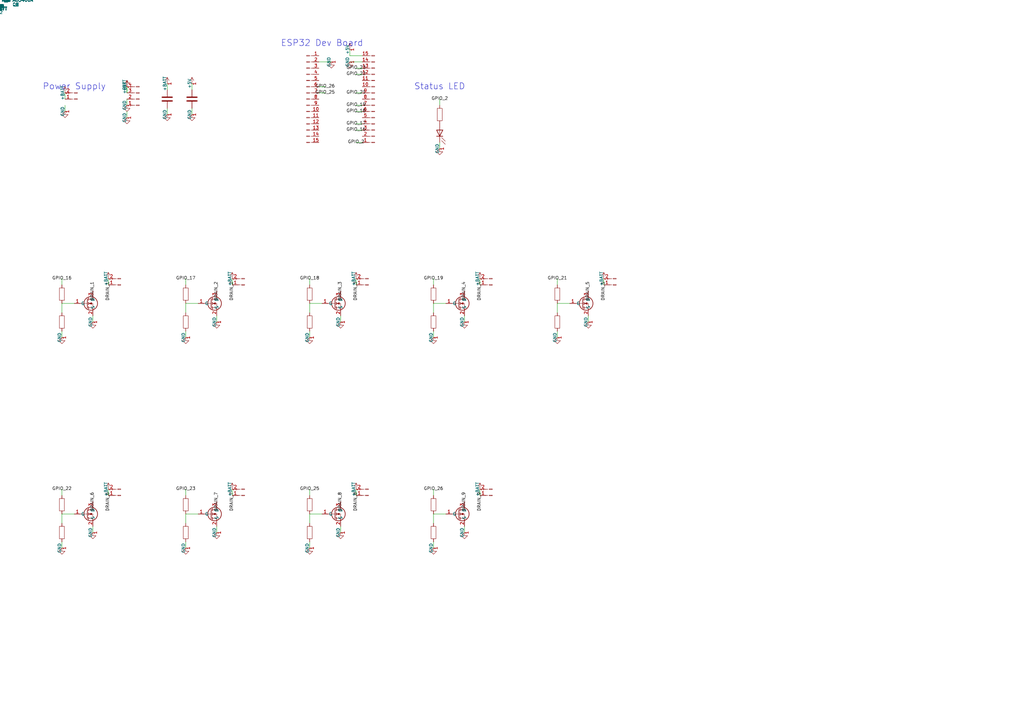
<source format=kicad_sch>
(kicad_sch (version 20231120) (generator "led_driver_generator") (generator_version "8.0")
  (paper "A3")
  (lib_symbols
    (symbol "Device:R" (pin_numbers hide) (pin_names (offset 0))
      (property "Reference" "R" (at 2.032 0 90))
      (property "Value" "R" (at -2.032 0 90))
      (symbol "R_0_1"
        (rectangle (start -1.016 -2.54) (end 1.016 2.54))
      )
      (symbol "R_1_1"
        (pin passive line (at 0 3.81 270) (length 1.27) (name "~") (number "1"))
        (pin passive line (at 0 -3.81 90) (length 1.27) (name "~") (number "2"))
      )
    )
    (symbol "Device:Q_NMOS_GSD" (pin_names (offset 0.254))
      (property "Reference" "Q" (at 5.08 1.905 0))
      (property "Value" "Q_NMOS_GSD" (at 5.08 0 0))
      (symbol "Q_NMOS_GSD_0_1"
        (polyline (pts (xy 0.254 0) (xy -2.54 0)))
        (polyline (pts (xy 0.254 1.905) (xy 0.254 -1.905)) (stroke (width 0.254)))
        (polyline (pts (xy 0.762 -1.27) (xy 0.762 -2.286)) (stroke (width 0.254)))
        (polyline (pts (xy 0.762 0.508) (xy 0.762 -0.508)) (stroke (width 0.254)))
        (polyline (pts (xy 0.762 2.286) (xy 0.762 1.27)) (stroke (width 0.254)))
        (polyline (pts (xy 2.54 2.54) (xy 2.54 1.778) (xy 0.762 1.778)))
        (polyline (pts (xy 2.54 -2.54) (xy 2.54 0) (xy 0.762 0)))
        (polyline (pts (xy 0.762 -1.778) (xy 2.54 -1.778) (xy 2.54 -2.54)))
        (polyline (pts (xy 1.016 0) (xy 2.032 0.381) (xy 2.032 -0.381) (xy 1.016 0)) (fill (type outline)))
        (circle (center 1.651 0) (radius 2.794) (stroke (width 0.254)))
      )
      (symbol "Q_NMOS_GSD_1_1"
        (pin input line (at -5.08 0 0) (length 2.54) (name "G") (number "1"))
        (pin passive line (at 2.54 -5.08 90) (length 2.54) (name "S") (number "2"))
        (pin passive line (at 2.54 5.08 270) (length 2.54) (name "D") (number "3"))
      )
    )
    (symbol "Device:C" (pin_numbers hide) (pin_names (offset 0.254))
      (property "Reference" "C" (at 0.635 2.54 0))
      (property "Value" "C" (at 0.635 -2.54 0))
      (symbol "C_0_1"
        (polyline (pts (xy -2.032 -0.762) (xy 2.032 -0.762)) (stroke (width 0.508)))
        (polyline (pts (xy -2.032 0.762) (xy 2.032 0.762)) (stroke (width 0.508)))
      )
      (symbol "C_1_1"
        (pin passive line (at 0 3.81 270) (length 3.048) (name "~") (number "1"))
        (pin passive line (at 0 -3.81 90) (length 3.048) (name "~") (number "2"))
      )
    )
    (symbol "Device:LED" (pin_numbers hide) (pin_names (offset 1.016) hide)
      (property "Reference" "D" (at 0 2.54 0))
      (property "Value" "LED" (at 0 -2.54 0))
      (symbol "LED_0_1"
        (polyline (pts (xy -1.27 -1.27) (xy -1.27 1.27)) (stroke (width 0.254)))
        (polyline (pts (xy -1.27 0) (xy 1.27 0)))
        (polyline (pts (xy 1.27 -1.27) (xy 1.27 1.27) (xy -1.27 0) (xy 1.27 -1.27)) (stroke (width 0.254)))
        (polyline (pts (xy -3.048 -0.762) (xy -4.572 -2.286)))
        (polyline (pts (xy -1.778 -0.762) (xy -3.302 -2.286)))
      )
      (symbol "LED_1_1"
        (pin passive line (at -3.81 0 0) (length 2.54) (name "A") (number "1"))
        (pin passive line (at 3.81 0 180) (length 2.54) (name "K") (number "2"))
      )
    )
    (symbol "Connector:Conn_01x02_Pin" (pin_names (offset 1.016) hide)
      (property "Reference" "J" (at 0 2.54 0))
      (property "Value" "Conn_01x02_Pin" (at 0 -5.08 0))
      (symbol "Conn_01x02_Pin_1_1"
        (rectangle (start -1.27 -2.413) (end 0 -2.667) (stroke (width 0.1524)))
        (rectangle (start -1.27 0.127) (end 0 -0.127) (stroke (width 0.1524)))
        (polyline (pts (xy 1.27 0) (xy 0.508 0)))
        (polyline (pts (xy 1.27 -2.54) (xy 0.508 -2.54)))
        (pin passive line (at 3.81 0 180) (length 2.54) (name "Pin_1") (number "1"))
        (pin passive line (at 3.81 -2.54 180) (length 2.54) (name "Pin_2") (number "2"))
      )
    )
    (symbol "Connector:Conn_01x04_Pin" (pin_names (offset 1.016) hide)
      (property "Reference" "J" (at 0 5.08 0))
      (property "Value" "Conn_01x04_Pin" (at 0 -10.16 0))
      (symbol "Conn_01x04_Pin_1_1"
        (rectangle (start -1.27 2.667) (end 0 2.413) (stroke (width 0.1524)))
        (rectangle (start -1.27 0.127) (end 0 -0.127) (stroke (width 0.1524)))
        (rectangle (start -1.27 -2.413) (end 0 -2.667) (stroke (width 0.1524)))
        (rectangle (start -1.27 -4.953) (end 0 -5.207) (stroke (width 0.1524)))
        (polyline (pts (xy 1.27 2.54) (xy 0.508 2.54)))
        (polyline (pts (xy 1.27 0) (xy 0.508 0)))
        (polyline (pts (xy 1.27 -2.54) (xy 0.508 -2.54)))
        (polyline (pts (xy 1.27 -5.08) (xy 0.508 -5.08)))
        (pin passive line (at 3.81 2.54 180) (length 2.54) (name "Pin_1") (number "1"))
        (pin passive line (at 3.81 0 180) (length 2.54) (name "Pin_2") (number "2"))
        (pin passive line (at 3.81 -2.54 180) (length 2.54) (name "Pin_3") (number "3"))
        (pin passive line (at 3.81 -5.08 180) (length 2.54) (name "Pin_4") (number "4"))
      )
    )
    (symbol "Connector:Conn_01x15_Socket" (pin_names (offset 1.016) hide)
      (property "Reference" "J" (at 0 20.32 0))
      (property "Value" "Conn_01x15_Socket" (at 0 -38.1 0))
      (symbol "Conn_01x15_Socket_1_1"
        (rectangle (start -1.27 17.907) (end 0 17.653) (stroke (width 0.1524)))
        (polyline (pts (xy 1.27 17.78) (xy 0.508 17.78)))
        (rectangle (start -1.27 15.367) (end 0 15.113) (stroke (width 0.1524)))
        (polyline (pts (xy 1.27 15.24) (xy 0.508 15.24)))
        (rectangle (start -1.27 12.827) (end 0 12.573) (stroke (width 0.1524)))
        (polyline (pts (xy 1.27 12.70) (xy 0.508 12.70)))
        (rectangle (start -1.27 10.287) (end 0 10.033) (stroke (width 0.1524)))
        (polyline (pts (xy 1.27 10.16) (xy 0.508 10.16)))
        (rectangle (start -1.27 7.747) (end 0 7.493) (stroke (width 0.1524)))
        (polyline (pts (xy 1.27 7.62) (xy 0.508 7.62)))
        (rectangle (start -1.27 5.207) (end 0 4.953) (stroke (width 0.1524)))
        (polyline (pts (xy 1.27 5.08) (xy 0.508 5.08)))
        (rectangle (start -1.27 2.667) (end 0 2.413) (stroke (width 0.1524)))
        (polyline (pts (xy 1.27 2.54) (xy 0.508 2.54)))
        (rectangle (start -1.27 0.127) (end 0 -0.127) (stroke (width 0.1524)))
        (polyline (pts (xy 1.27 0.00) (xy 0.508 0.00)))
        (rectangle (start -1.27 -2.413) (end 0 -2.667) (stroke (width 0.1524)))
        (polyline (pts (xy 1.27 -2.54) (xy 0.508 -2.54)))
        (rectangle (start -1.27 -4.953) (end 0 -5.207) (stroke (width 0.1524)))
        (polyline (pts (xy 1.27 -5.08) (xy 0.508 -5.08)))
        (rectangle (start -1.27 -7.493) (end 0 -7.747) (stroke (width 0.1524)))
        (polyline (pts (xy 1.27 -7.62) (xy 0.508 -7.62)))
        (rectangle (start -1.27 -10.033) (end 0 -10.287) (stroke (width 0.1524)))
        (polyline (pts (xy 1.27 -10.16) (xy 0.508 -10.16)))
        (rectangle (start -1.27 -12.573) (end 0 -12.827) (stroke (width 0.1524)))
        (polyline (pts (xy 1.27 -12.70) (xy 0.508 -12.70)))
        (rectangle (start -1.27 -15.113) (end 0 -15.367) (stroke (width 0.1524)))
        (polyline (pts (xy 1.27 -15.24) (xy 0.508 -15.24)))
        (rectangle (start -1.27 -17.653) (end 0 -17.907) (stroke (width 0.1524)))
        (polyline (pts (xy 1.27 -17.78) (xy 0.508 -17.78)))
        (pin passive line (at 3.81 17.78 180) (length 2.54) (name "Pin_1") (number "1"))
        (pin passive line (at 3.81 15.24 180) (length 2.54) (name "Pin_2") (number "2"))
        (pin passive line (at 3.81 12.70 180) (length 2.54) (name "Pin_3") (number "3"))
        (pin passive line (at 3.81 10.16 180) (length 2.54) (name "Pin_4") (number "4"))
        (pin passive line (at 3.81 7.62 180) (length 2.54) (name "Pin_5") (number "5"))
        (pin passive line (at 3.81 5.08 180) (length 2.54) (name "Pin_6") (number "6"))
        (pin passive line (at 3.81 2.54 180) (length 2.54) (name "Pin_7") (number "7"))
        (pin passive line (at 3.81 0.00 180) (length 2.54) (name "Pin_8") (number "8"))
        (pin passive line (at 3.81 -2.54 180) (length 2.54) (name "Pin_9") (number "9"))
        (pin passive line (at 3.81 -5.08 180) (length 2.54) (name "Pin_10") (number "10"))
        (pin passive line (at 3.81 -7.62 180) (length 2.54) (name "Pin_11") (number "11"))
        (pin passive line (at 3.81 -10.16 180) (length 2.54) (name "Pin_12") (number "12"))
        (pin passive line (at 3.81 -12.70 180) (length 2.54) (name "Pin_13") (number "13"))
        (pin passive line (at 3.81 -15.24 180) (length 2.54) (name "Pin_14") (number "14"))
        (pin passive line (at 3.81 -17.78 180) (length 2.54) (name "Pin_15") (number "15"))
      )
    )
    (symbol "power:GND" (power) (pin_names (offset 0))
      (property "Value" "GND" (at 0 -3.81 0))
      (symbol "GND_0_1"
        (polyline (pts (xy 0 0) (xy 0 -1.27) (xy 1.27 -1.27) (xy 0 -2.54) (xy -1.27 -1.27) (xy 0 0)))
      )
      (symbol "GND_1_1"
        (pin power_in line (at 0 0 270) (length 0) (name "GND") (number "1"))
      )
    )
    (symbol "power:+5V" (power) (pin_names (offset 0))
      (property "Value" "+5V" (at 0 3.556 0))
      (symbol "+5V_0_1"
        (polyline (pts (xy -0.762 1.27) (xy 0 2.54)))
        (polyline (pts (xy 0 0) (xy 0 2.54)))
        (polyline (pts (xy 0 2.54) (xy 0.762 1.27)))
      )
      (symbol "+5V_1_1"
        (pin power_in line (at 0 0 90) (length 0) (name "+5V") (number "1"))
      )
    )
    (symbol "power:+BATT" (power) (pin_names (offset 0))
      (property "Value" "+BATT" (at 0 3.556 0))
      (symbol "+BATT_0_1"
        (polyline (pts (xy -0.762 1.27) (xy 0 2.54)))
        (polyline (pts (xy 0 0) (xy 0 2.54)))
        (polyline (pts (xy 0 2.54) (xy 0.762 1.27)))
      )
      (symbol "+BATT_1_1"
        (pin power_in line (at 0 0 90) (length 0) (name "+BATT") (number "1"))
      )
    )
  )
  (text "Power Supply" (at 30.48 35.56 0) (effects (font (size 2.54 2.54))))
  (symbol (lib_id "Connector:Conn_01x02_Pin") (at 30.48 40.64 180) (unit 1)
    (property "Reference" "J1" (at 0 2.54 0))
    (property "Value" "Battery" (at 0 -5.08 0))
    (property "Footprint" "TerminalBlock:TerminalBlock_bornier-2_P5.08mm" (effects hide))
  )
  (symbol (lib_id "power:+BATT") (at 26.67 38.10 0) (unit 1)
    (property "Reference" "#PWR1" (effects hide))
    (property "Value" "+BATT" (at 0 3.556 0))
  )
  (symbol (lib_id "power:GND") (at 26.67 45.72 0) (unit 1)
    (property "Reference" "#PWR2" (effects hide))
    (property "Value" "GND" (at 0 -3.81 0))
  )
  (symbol (lib_id "Connector:Conn_01x04_Pin") (at 55.88 40.64 180) (unit 1)
    (property "Reference" "J2" (at 0 5.08 0))
    (property "Value" "MP1584EN" (at 0 -10.16 0))
    (property "Footprint" "Connector_PinHeader_2.54mm:PinHeader_1x04_P2.54mm_Vertical" (effects hide))
  )
  (symbol (lib_id "power:+BATT") (at 52.07 35.56 0) (unit 1)
    (property "Reference" "#PWR3" (effects hide))
    (property "Value" "+BATT" (at 0 3.556 0))
  )
  (symbol (lib_id "power:GND") (at 52.07 43.18 0) (unit 1)
    (property "Reference" "#PWR4" (effects hide))
    (property "Value" "GND" (at 0 -3.81 0))
  )
  (symbol (lib_id "power:+5V") (at 52.07 35.56 0) (unit 1)
    (property "Reference" "#PWR5" (effects hide))
    (property "Value" "+5V" (at 0 3.556 0))
  )
  (symbol (lib_id "power:GND") (at 52.07 48.26 0) (unit 1)
    (property "Reference" "#PWR6" (effects hide))
    (property "Value" "GND" (at 0 -3.81 0))
  )
  (symbol (lib_id "Device:C") (at 68.58 40.64 0) (unit 1)
    (property "Reference" "C1" (at 2.54 0 0))
    (property "Value" "22uF" (at -2.54 0 0))
    (property "Footprint" "Capacitor_SMD:C_0805_2012Metric" (effects hide))
  )
  (symbol (lib_id "power:+BATT") (at 68.58 34.29 0) (unit 1)
    (property "Reference" "#PWR7" (effects hide))
    (property "Value" "+BATT" (at 0 3.556 0))
  )
  (symbol (lib_id "power:GND") (at 68.58 46.99 0) (unit 1)
    (property "Reference" "#PWR8" (effects hide))
    (property "Value" "GND" (at 0 -3.81 0))
  )
  (symbol (lib_id "Device:C") (at 78.74 40.64 0) (unit 1)
    (property "Reference" "C2" (at 2.54 0 0))
    (property "Value" "22uF" (at -2.54 0 0))
    (property "Footprint" "Capacitor_SMD:C_0805_2012Metric" (effects hide))
  )
  (symbol (lib_id "power:+5V") (at 78.74 34.29 0) (unit 1)
    (property "Reference" "#PWR9" (effects hide))
    (property "Value" "+5V" (at 0 3.556 0))
  )
  (symbol (lib_id "power:GND") (at 78.74 46.99 0) (unit 1)
    (property "Reference" "#PWR10" (effects hide))
    (property "Value" "GND" (at 0 -3.81 0))
  )
  (text "ESP32 Dev Board" (at 132.08 17.78 0) (effects (font (size 2.54 2.54))))
  (symbol (lib_id "Connector:Conn_01x15_Socket") (at 127.00 40.64 0) (unit 1)
    (property "Reference" "J3" (at -2.54 0 0))
    (property "Value" "ESP32_Left" (at -2.54 -38.1 0))
    (property "Footprint" "Connector_PinSocket_2.54mm:PinSocket_1x15_P2.54mm_Vertical" (effects hide))
  )
  (symbol (lib_id "Connector:Conn_01x15_Socket") (at 152.40 40.64 180) (unit 1)
    (property "Reference" "J4" (at 2.54 0 0))
    (property "Value" "ESP32_Right" (at 2.54 -38.1 0))
    (property "Footprint" "Connector_PinSocket_2.54mm:PinSocket_1x15_P2.54mm_Vertical" (effects hide))
  )
  (label "GPIO_25" (at 133.35 38.10 0))
  (label "GPIO_26" (at 133.35 35.56 0))
  (symbol (lib_id "power:GND") (at 135.89 25.40 0) (unit 1)
    (property "Reference" "#PWR11" (effects hide))
    (property "Value" "GND" (at 0 -3.81 0))
  )
  (symbol (lib_id "power:+5V") (at 143.51 20.32 0) (unit 1)
    (property "Reference" "#PWR12" (effects hide))
    (property "Value" "+5V" (at 0 3.556 0))
  )
  (symbol (lib_id "power:GND") (at 143.51 25.40 0) (unit 1)
    (property "Reference" "#PWR13" (effects hide))
    (property "Value" "GND" (at 0 -3.81 0))
  )
  (label "GPIO_23" (at 146.05 27.94 180))
  (label "GPIO_22" (at 146.05 30.48 180))
  (label "GPIO_21" (at 146.05 38.10 180))
  (label "GPIO_19" (at 146.05 43.18 180))
  (label "GPIO_18" (at 146.05 45.72 180))
  (label "GPIO_17" (at 146.05 50.80 180))
  (label "GPIO_16" (at 146.05 53.34 180))
  (label "GPIO_2" (at 146.05 58.42 180))
  (text "Status LED" (at 180.34 35.56 0) (effects (font (size 2.54 2.54))))
  (label "GPIO_2" (at 180.34 40.64 0))
  (symbol (lib_id "Device:R") (at 180.34 46.99 0) (unit 1)
    (property "Reference" "R1" (at 2.54 0 0))
    (property "Value" "1K" (at -2.54 0 0))
    (property "Footprint" "Resistor_SMD:R_0603_1608Metric" (effects hide))
  )
  (symbol (lib_id "Device:LED") (at 180.34 54.61 90) (unit 1)
    (property "Reference" "D1" (at 2.54 0 0))
    (property "Value" "Green" (at -2.54 0 0))
    (property "Footprint" "LED_SMD:LED_0805_2012Metric" (effects hide))
  )
  (symbol (lib_id "power:GND") (at 180.34 60.96 0) (unit 1)
    (property "Reference" "#PWR14" (effects hide))
    (property "Value" "GND" (at 0 -3.81 0))
  )
  (label "GPIO_16" (at 25.40 114.30 0))
  (symbol (lib_id "Device:R") (at 25.40 120.65 0) (unit 1)
    (property "Reference" "R2" (at 2.54 0 0))
    (property "Value" "100" (at -2.54 0 0))
    (property "Footprint" "Resistor_SMD:R_0603_1608Metric" (effects hide))
  )
  (symbol (lib_id "Device:Q_NMOS_GSD") (at 35.56 124.46 0) (unit 1)
    (property "Reference" "Q1" (at 5.08 1.905 0) (effects (justify left)))
    (property "Value" "AO3400A" (at 5.08 0 0) (effects (justify left)))
    (property "Footprint" "Package_TO_SOT_SMD:SOT-23" (effects hide))
  )
  (symbol (lib_id "Device:R") (at 25.40 132.08 0) (unit 1)
    (property "Reference" "R3" (at 2.54 0 0))
    (property "Value" "10K" (at -2.54 0 0))
    (property "Footprint" "Resistor_SMD:R_0603_1608Metric" (effects hide))
  )
  (symbol (lib_id "power:GND") (at 25.40 138.43 0) (unit 1)
    (property "Reference" "#PWR15" (effects hide))
    (property "Value" "GND" (at 0 -3.81 0))
  )
  (symbol (lib_id "power:GND") (at 38.10 132.08 0) (unit 1)
    (property "Reference" "#PWR16" (effects hide))
    (property "Value" "GND" (at 0 -3.81 0))
  )
  (label "DRAIN_1" (at 38.10 119.38 90))
  (symbol (lib_id "Connector:Conn_01x02_Pin") (at 48.26 116.84 180) (unit 1)
    (property "Reference" "J5" (at 0 2.54 0))
    (property "Value" "Ch1 Low beam" (at 0 -5.08 0))
    (property "Footprint" "Connector_JST:JST_XH_B2B-XH-A_1x02_P2.50mm_Vertical" (effects hide))
  )
  (symbol (lib_id "power:+BATT") (at 44.45 114.30 0) (unit 1)
    (property "Reference" "#PWR17" (effects hide))
    (property "Value" "+BATT" (at 0 3.556 0))
  )
  (label "DRAIN_1" (at 44.45 119.38 90))
  (label "GPIO_17" (at 76.20 114.30 0))
  (symbol (lib_id "Device:R") (at 76.20 120.65 0) (unit 1)
    (property "Reference" "R4" (at 2.54 0 0))
    (property "Value" "100" (at -2.54 0 0))
    (property "Footprint" "Resistor_SMD:R_0603_1608Metric" (effects hide))
  )
  (symbol (lib_id "Device:Q_NMOS_GSD") (at 86.36 124.46 0) (unit 1)
    (property "Reference" "Q2" (at 5.08 1.905 0) (effects (justify left)))
    (property "Value" "AO3400A" (at 5.08 0 0) (effects (justify left)))
    (property "Footprint" "Package_TO_SOT_SMD:SOT-23" (effects hide))
  )
  (symbol (lib_id "Device:R") (at 76.20 132.08 0) (unit 1)
    (property "Reference" "R5" (at 2.54 0 0))
    (property "Value" "10K" (at -2.54 0 0))
    (property "Footprint" "Resistor_SMD:R_0603_1608Metric" (effects hide))
  )
  (symbol (lib_id "power:GND") (at 76.20 138.43 0) (unit 1)
    (property "Reference" "#PWR18" (effects hide))
    (property "Value" "GND" (at 0 -3.81 0))
  )
  (symbol (lib_id "power:GND") (at 88.90 132.08 0) (unit 1)
    (property "Reference" "#PWR19" (effects hide))
    (property "Value" "GND" (at 0 -3.81 0))
  )
  (label "DRAIN_2" (at 88.90 119.38 90))
  (symbol (lib_id "Connector:Conn_01x02_Pin") (at 99.06 116.84 180) (unit 1)
    (property "Reference" "J6" (at 0 2.54 0))
    (property "Value" "Ch2 High beam" (at 0 -5.08 0))
    (property "Footprint" "Connector_JST:JST_XH_B2B-XH-A_1x02_P2.50mm_Vertical" (effects hide))
  )
  (symbol (lib_id "power:+BATT") (at 95.25 114.30 0) (unit 1)
    (property "Reference" "#PWR20" (effects hide))
    (property "Value" "+BATT" (at 0 3.556 0))
  )
  (label "DRAIN_2" (at 95.25 119.38 90))
  (label "GPIO_18" (at 127.00 114.30 0))
  (symbol (lib_id "Device:R") (at 127.00 120.65 0) (unit 1)
    (property "Reference" "R6" (at 2.54 0 0))
    (property "Value" "100" (at -2.54 0 0))
    (property "Footprint" "Resistor_SMD:R_0603_1608Metric" (effects hide))
  )
  (symbol (lib_id "Device:Q_NMOS_GSD") (at 137.16 124.46 0) (unit 1)
    (property "Reference" "Q3" (at 5.08 1.905 0) (effects (justify left)))
    (property "Value" "AO3400A" (at 5.08 0 0) (effects (justify left)))
    (property "Footprint" "Package_TO_SOT_SMD:SOT-23" (effects hide))
  )
  (symbol (lib_id "Device:R") (at 127.00 132.08 0) (unit 1)
    (property "Reference" "R7" (at 2.54 0 0))
    (property "Value" "10K" (at -2.54 0 0))
    (property "Footprint" "Resistor_SMD:R_0603_1608Metric" (effects hide))
  )
  (symbol (lib_id "power:GND") (at 127.00 138.43 0) (unit 1)
    (property "Reference" "#PWR21" (effects hide))
    (property "Value" "GND" (at 0 -3.81 0))
  )
  (symbol (lib_id "power:GND") (at 139.70 132.08 0) (unit 1)
    (property "Reference" "#PWR22" (effects hide))
    (property "Value" "GND" (at 0 -3.81 0))
  )
  (label "DRAIN_3" (at 139.70 119.38 90))
  (symbol (lib_id "Connector:Conn_01x02_Pin") (at 149.86 116.84 180) (unit 1)
    (property "Reference" "J7" (at 0 2.54 0))
    (property "Value" "Ch3 Left turn" (at 0 -5.08 0))
    (property "Footprint" "Connector_JST:JST_XH_B2B-XH-A_1x02_P2.50mm_Vertical" (effects hide))
  )
  (symbol (lib_id "power:+BATT") (at 146.05 114.30 0) (unit 1)
    (property "Reference" "#PWR23" (effects hide))
    (property "Value" "+BATT" (at 0 3.556 0))
  )
  (label "DRAIN_3" (at 146.05 119.38 90))
  (label "GPIO_19" (at 177.80 114.30 0))
  (symbol (lib_id "Device:R") (at 177.80 120.65 0) (unit 1)
    (property "Reference" "R8" (at 2.54 0 0))
    (property "Value" "100" (at -2.54 0 0))
    (property "Footprint" "Resistor_SMD:R_0603_1608Metric" (effects hide))
  )
  (symbol (lib_id "Device:Q_NMOS_GSD") (at 187.96 124.46 0) (unit 1)
    (property "Reference" "Q4" (at 5.08 1.905 0) (effects (justify left)))
    (property "Value" "AO3400A" (at 5.08 0 0) (effects (justify left)))
    (property "Footprint" "Package_TO_SOT_SMD:SOT-23" (effects hide))
  )
  (symbol (lib_id "Device:R") (at 177.80 132.08 0) (unit 1)
    (property "Reference" "R9" (at 2.54 0 0))
    (property "Value" "10K" (at -2.54 0 0))
    (property "Footprint" "Resistor_SMD:R_0603_1608Metric" (effects hide))
  )
  (symbol (lib_id "power:GND") (at 177.80 138.43 0) (unit 1)
    (property "Reference" "#PWR24" (effects hide))
    (property "Value" "GND" (at 0 -3.81 0))
  )
  (symbol (lib_id "power:GND") (at 190.50 132.08 0) (unit 1)
    (property "Reference" "#PWR25" (effects hide))
    (property "Value" "GND" (at 0 -3.81 0))
  )
  (label "DRAIN_4" (at 190.50 119.38 90))
  (symbol (lib_id "Connector:Conn_01x02_Pin") (at 200.66 116.84 180) (unit 1)
    (property "Reference" "J8" (at 0 2.54 0))
    (property "Value" "Ch4 Right turn" (at 0 -5.08 0))
    (property "Footprint" "Connector_JST:JST_XH_B2B-XH-A_1x02_P2.50mm_Vertical" (effects hide))
  )
  (symbol (lib_id "power:+BATT") (at 196.85 114.30 0) (unit 1)
    (property "Reference" "#PWR26" (effects hide))
    (property "Value" "+BATT" (at 0 3.556 0))
  )
  (label "DRAIN_4" (at 196.85 119.38 90))
  (label "GPIO_21" (at 228.60 114.30 0))
  (symbol (lib_id "Device:R") (at 228.60 120.65 0) (unit 1)
    (property "Reference" "R10" (at 2.54 0 0))
    (property "Value" "100" (at -2.54 0 0))
    (property "Footprint" "Resistor_SMD:R_0603_1608Metric" (effects hide))
  )
  (symbol (lib_id "Device:Q_NMOS_GSD") (at 238.76 124.46 0) (unit 1)
    (property "Reference" "Q5" (at 5.08 1.905 0) (effects (justify left)))
    (property "Value" "AO3400A" (at 5.08 0 0) (effects (justify left)))
    (property "Footprint" "Package_TO_SOT_SMD:SOT-23" (effects hide))
  )
  (symbol (lib_id "Device:R") (at 228.60 132.08 0) (unit 1)
    (property "Reference" "R11" (at 2.54 0 0))
    (property "Value" "10K" (at -2.54 0 0))
    (property "Footprint" "Resistor_SMD:R_0603_1608Metric" (effects hide))
  )
  (symbol (lib_id "power:GND") (at 228.60 138.43 0) (unit 1)
    (property "Reference" "#PWR27" (effects hide))
    (property "Value" "GND" (at 0 -3.81 0))
  )
  (symbol (lib_id "power:GND") (at 241.30 132.08 0) (unit 1)
    (property "Reference" "#PWR28" (effects hide))
    (property "Value" "GND" (at 0 -3.81 0))
  )
  (label "DRAIN_5" (at 241.30 119.38 90))
  (symbol (lib_id "Connector:Conn_01x02_Pin") (at 251.46 116.84 180) (unit 1)
    (property "Reference" "J9" (at 0 2.54 0))
    (property "Value" "Ch5 Stop/brake" (at 0 -5.08 0))
    (property "Footprint" "Connector_JST:JST_XH_B2B-XH-A_1x02_P2.50mm_Vertical" (effects hide))
  )
  (symbol (lib_id "power:+BATT") (at 247.65 114.30 0) (unit 1)
    (property "Reference" "#PWR29" (effects hide))
    (property "Value" "+BATT" (at 0 3.556 0))
  )
  (label "DRAIN_5" (at 247.65 119.38 90))
  (label "GPIO_22" (at 25.40 200.66 0))
  (symbol (lib_id "Device:R") (at 25.40 207.01 0) (unit 1)
    (property "Reference" "R12" (at 2.54 0 0))
    (property "Value" "100" (at -2.54 0 0))
    (property "Footprint" "Resistor_SMD:R_0603_1608Metric" (effects hide))
  )
  (symbol (lib_id "Device:Q_NMOS_GSD") (at 35.56 210.82 0) (unit 1)
    (property "Reference" "Q6" (at 5.08 1.905 0) (effects (justify left)))
    (property "Value" "AO3400A" (at 5.08 0 0) (effects (justify left)))
    (property "Footprint" "Package_TO_SOT_SMD:SOT-23" (effects hide))
  )
  (symbol (lib_id "Device:R") (at 25.40 218.44 0) (unit 1)
    (property "Reference" "R13" (at 2.54 0 0))
    (property "Value" "10K" (at -2.54 0 0))
    (property "Footprint" "Resistor_SMD:R_0603_1608Metric" (effects hide))
  )
  (symbol (lib_id "power:GND") (at 25.40 224.79 0) (unit 1)
    (property "Reference" "#PWR30" (effects hide))
    (property "Value" "GND" (at 0 -3.81 0))
  )
  (symbol (lib_id "power:GND") (at 38.10 218.44 0) (unit 1)
    (property "Reference" "#PWR31" (effects hide))
    (property "Value" "GND" (at 0 -3.81 0))
  )
  (label "DRAIN_6" (at 38.10 205.74 90))
  (symbol (lib_id "Connector:Conn_01x02_Pin") (at 48.26 203.20 180) (unit 1)
    (property "Reference" "J10" (at 0 2.54 0))
    (property "Value" "Ch6 Reverse" (at 0 -5.08 0))
    (property "Footprint" "Connector_JST:JST_XH_B2B-XH-A_1x02_P2.50mm_Vertical" (effects hide))
  )
  (symbol (lib_id "power:+BATT") (at 44.45 200.66 0) (unit 1)
    (property "Reference" "#PWR32" (effects hide))
    (property "Value" "+BATT" (at 0 3.556 0))
  )
  (label "DRAIN_6" (at 44.45 205.74 90))
  (label "GPIO_23" (at 76.20 200.66 0))
  (symbol (lib_id "Device:R") (at 76.20 207.01 0) (unit 1)
    (property "Reference" "R14" (at 2.54 0 0))
    (property "Value" "100" (at -2.54 0 0))
    (property "Footprint" "Resistor_SMD:R_0603_1608Metric" (effects hide))
  )
  (symbol (lib_id "Device:Q_NMOS_GSD") (at 86.36 210.82 0) (unit 1)
    (property "Reference" "Q7" (at 5.08 1.905 0) (effects (justify left)))
    (property "Value" "AO3400A" (at 5.08 0 0) (effects (justify left)))
    (property "Footprint" "Package_TO_SOT_SMD:SOT-23" (effects hide))
  )
  (symbol (lib_id "Device:R") (at 76.20 218.44 0) (unit 1)
    (property "Reference" "R15" (at 2.54 0 0))
    (property "Value" "10K" (at -2.54 0 0))
    (property "Footprint" "Resistor_SMD:R_0603_1608Metric" (effects hide))
  )
  (symbol (lib_id "power:GND") (at 76.20 224.79 0) (unit 1)
    (property "Reference" "#PWR33" (effects hide))
    (property "Value" "GND" (at 0 -3.81 0))
  )
  (symbol (lib_id "power:GND") (at 88.90 218.44 0) (unit 1)
    (property "Reference" "#PWR34" (effects hide))
    (property "Value" "GND" (at 0 -3.81 0))
  )
  (label "DRAIN_7" (at 88.90 205.74 90))
  (symbol (lib_id "Connector:Conn_01x02_Pin") (at 99.06 203.20 180) (unit 1)
    (property "Reference" "J11" (at 0 2.54 0))
    (property "Value" "Ch7 Light bar" (at 0 -5.08 0))
    (property "Footprint" "Connector_JST:JST_XH_B2B-XH-A_1x02_P2.50mm_Vertical" (effects hide))
  )
  (symbol (lib_id "power:+BATT") (at 95.25 200.66 0) (unit 1)
    (property "Reference" "#PWR35" (effects hide))
    (property "Value" "+BATT" (at 0 3.556 0))
  )
  (label "DRAIN_7" (at 95.25 205.74 90))
  (label "GPIO_25" (at 127.00 200.66 0))
  (symbol (lib_id "Device:R") (at 127.00 207.01 0) (unit 1)
    (property "Reference" "R16" (at 2.54 0 0))
    (property "Value" "100" (at -2.54 0 0))
    (property "Footprint" "Resistor_SMD:R_0603_1608Metric" (effects hide))
  )
  (symbol (lib_id "Device:Q_NMOS_GSD") (at 137.16 210.82 0) (unit 1)
    (property "Reference" "Q8" (at 5.08 1.905 0) (effects (justify left)))
    (property "Value" "AO3400A" (at 5.08 0 0) (effects (justify left)))
    (property "Footprint" "Package_TO_SOT_SMD:SOT-23" (effects hide))
  )
  (symbol (lib_id "Device:R") (at 127.00 218.44 0) (unit 1)
    (property "Reference" "R17" (at 2.54 0 0))
    (property "Value" "10K" (at -2.54 0 0))
    (property "Footprint" "Resistor_SMD:R_0603_1608Metric" (effects hide))
  )
  (symbol (lib_id "power:GND") (at 127.00 224.79 0) (unit 1)
    (property "Reference" "#PWR36" (effects hide))
    (property "Value" "GND" (at 0 -3.81 0))
  )
  (symbol (lib_id "power:GND") (at 139.70 218.44 0) (unit 1)
    (property "Reference" "#PWR37" (effects hide))
    (property "Value" "GND" (at 0 -3.81 0))
  )
  (label "DRAIN_8" (at 139.70 205.74 90))
  (symbol (lib_id "Connector:Conn_01x02_Pin") (at 149.86 203.20 180) (unit 1)
    (property "Reference" "J12" (at 0 2.54 0))
    (property "Value" "Ch8 Spare 1" (at 0 -5.08 0))
    (property "Footprint" "Connector_JST:JST_XH_B2B-XH-A_1x02_P2.50mm_Vertical" (effects hide))
  )
  (symbol (lib_id "power:+BATT") (at 146.05 200.66 0) (unit 1)
    (property "Reference" "#PWR38" (effects hide))
    (property "Value" "+BATT" (at 0 3.556 0))
  )
  (label "DRAIN_8" (at 146.05 205.74 90))
  (label "GPIO_26" (at 177.80 200.66 0))
  (symbol (lib_id "Device:R") (at 177.80 207.01 0) (unit 1)
    (property "Reference" "R18" (at 2.54 0 0))
    (property "Value" "100" (at -2.54 0 0))
    (property "Footprint" "Resistor_SMD:R_0603_1608Metric" (effects hide))
  )
  (symbol (lib_id "Device:Q_NMOS_GSD") (at 187.96 210.82 0) (unit 1)
    (property "Reference" "Q9" (at 5.08 1.905 0) (effects (justify left)))
    (property "Value" "AO3400A" (at 5.08 0 0) (effects (justify left)))
    (property "Footprint" "Package_TO_SOT_SMD:SOT-23" (effects hide))
  )
  (symbol (lib_id "Device:R") (at 177.80 218.44 0) (unit 1)
    (property "Reference" "R19" (at 2.54 0 0))
    (property "Value" "10K" (at -2.54 0 0))
    (property "Footprint" "Resistor_SMD:R_0603_1608Metric" (effects hide))
  )
  (symbol (lib_id "power:GND") (at 177.80 224.79 0) (unit 1)
    (property "Reference" "#PWR39" (effects hide))
    (property "Value" "GND" (at 0 -3.81 0))
  )
  (symbol (lib_id "power:GND") (at 190.50 218.44 0) (unit 1)
    (property "Reference" "#PWR40" (effects hide))
    (property "Value" "GND" (at 0 -3.81 0))
  )
  (label "DRAIN_9" (at 190.50 205.74 90))
  (symbol (lib_id "Connector:Conn_01x02_Pin") (at 200.66 203.20 180) (unit 1)
    (property "Reference" "J13" (at 0 2.54 0))
    (property "Value" "Ch9 Spare 2" (at 0 -5.08 0))
    (property "Footprint" "Connector_JST:JST_XH_B2B-XH-A_1x02_P2.50mm_Vertical" (effects hide))
  )
  (symbol (lib_id "power:+BATT") (at 196.85 200.66 0) (unit 1)
    (property "Reference" "#PWR41" (effects hide))
    (property "Value" "+BATT" (at 0 3.556 0))
  )
  (label "DRAIN_9" (at 196.85 205.74 90))
  (wire (pts (xy 26.67 38.10) (xy 26.67 40.64)))
  (wire (pts (xy 26.67 43.18) (xy 26.67 45.72)))
  (wire (pts (xy 52.07 35.56) (xy 52.07 38.10)))
  (wire (pts (xy 52.07 40.64) (xy 52.07 43.18)))
  (wire (pts (xy 52.07 35.56) (xy 52.07 38.10)))
  (wire (pts (xy 52.07 45.72) (xy 52.07 48.26)))
  (wire (pts (xy 68.58 36.83) (xy 68.58 34.29)))
  (wire (pts (xy 68.58 44.45) (xy 68.58 46.99)))
  (wire (pts (xy 78.74 36.83) (xy 78.74 34.29)))
  (wire (pts (xy 78.74 44.45) (xy 78.74 46.99)))
  (wire (pts (xy 130.81 38.10) (xy 133.35 38.10)))
  (wire (pts (xy 130.81 35.56) (xy 133.35 35.56)))
  (wire (pts (xy 130.81 25.40) (xy 135.89 25.40)))
  (wire (pts (xy 148.59 22.86) (xy 143.51 22.86)))
  (wire (pts (xy 143.51 20.32) (xy 143.51 22.86)))
  (wire (pts (xy 148.59 25.40) (xy 143.51 25.40)))
  (wire (pts (xy 148.59 27.94) (xy 146.05 27.94)))
  (wire (pts (xy 148.59 30.48) (xy 146.05 30.48)))
  (wire (pts (xy 148.59 38.10) (xy 146.05 38.10)))
  (wire (pts (xy 148.59 43.18) (xy 146.05 43.18)))
  (wire (pts (xy 148.59 45.72) (xy 146.05 45.72)))
  (wire (pts (xy 148.59 50.80) (xy 146.05 50.80)))
  (wire (pts (xy 148.59 53.34) (xy 146.05 53.34)))
  (wire (pts (xy 148.59 58.42) (xy 146.05 58.42)))
  (wire (pts (xy 180.34 40.64) (xy 180.34 43.18)))
  (wire (pts (xy 180.34 58.42) (xy 180.34 60.96)))
  (wire (pts (xy 25.40 114.30) (xy 25.40 116.84)))
  (wire (pts (xy 25.40 124.46) (xy 30.48 124.46)))
  (wire (pts (xy 25.40 124.46) (xy 25.40 128.27)))
  (wire (pts (xy 25.40 135.89) (xy 25.40 138.43)))
  (wire (pts (xy 38.10 129.54) (xy 38.10 132.08)))
  (wire (pts (xy 44.45 114.30) (xy 44.45 116.84)))
  (wire (pts (xy 76.20 114.30) (xy 76.20 116.84)))
  (wire (pts (xy 76.20 124.46) (xy 81.28 124.46)))
  (wire (pts (xy 76.20 124.46) (xy 76.20 128.27)))
  (wire (pts (xy 76.20 135.89) (xy 76.20 138.43)))
  (wire (pts (xy 88.90 129.54) (xy 88.90 132.08)))
  (wire (pts (xy 95.25 114.30) (xy 95.25 116.84)))
  (wire (pts (xy 127.00 114.30) (xy 127.00 116.84)))
  (wire (pts (xy 127.00 124.46) (xy 132.08 124.46)))
  (wire (pts (xy 127.00 124.46) (xy 127.00 128.27)))
  (wire (pts (xy 127.00 135.89) (xy 127.00 138.43)))
  (wire (pts (xy 139.70 129.54) (xy 139.70 132.08)))
  (wire (pts (xy 146.05 114.30) (xy 146.05 116.84)))
  (wire (pts (xy 177.80 114.30) (xy 177.80 116.84)))
  (wire (pts (xy 177.80 124.46) (xy 182.88 124.46)))
  (wire (pts (xy 177.80 124.46) (xy 177.80 128.27)))
  (wire (pts (xy 177.80 135.89) (xy 177.80 138.43)))
  (wire (pts (xy 190.50 129.54) (xy 190.50 132.08)))
  (wire (pts (xy 196.85 114.30) (xy 196.85 116.84)))
  (wire (pts (xy 228.60 114.30) (xy 228.60 116.84)))
  (wire (pts (xy 228.60 124.46) (xy 233.68 124.46)))
  (wire (pts (xy 228.60 124.46) (xy 228.60 128.27)))
  (wire (pts (xy 228.60 135.89) (xy 228.60 138.43)))
  (wire (pts (xy 241.30 129.54) (xy 241.30 132.08)))
  (wire (pts (xy 247.65 114.30) (xy 247.65 116.84)))
  (wire (pts (xy 25.40 200.66) (xy 25.40 203.20)))
  (wire (pts (xy 25.40 210.82) (xy 30.48 210.82)))
  (wire (pts (xy 25.40 210.82) (xy 25.40 214.63)))
  (wire (pts (xy 25.40 222.25) (xy 25.40 224.79)))
  (wire (pts (xy 38.10 215.90) (xy 38.10 218.44)))
  (wire (pts (xy 44.45 200.66) (xy 44.45 203.20)))
  (wire (pts (xy 76.20 200.66) (xy 76.20 203.20)))
  (wire (pts (xy 76.20 210.82) (xy 81.28 210.82)))
  (wire (pts (xy 76.20 210.82) (xy 76.20 214.63)))
  (wire (pts (xy 76.20 222.25) (xy 76.20 224.79)))
  (wire (pts (xy 88.90 215.90) (xy 88.90 218.44)))
  (wire (pts (xy 95.25 200.66) (xy 95.25 203.20)))
  (wire (pts (xy 127.00 200.66) (xy 127.00 203.20)))
  (wire (pts (xy 127.00 210.82) (xy 132.08 210.82)))
  (wire (pts (xy 127.00 210.82) (xy 127.00 214.63)))
  (wire (pts (xy 127.00 222.25) (xy 127.00 224.79)))
  (wire (pts (xy 139.70 215.90) (xy 139.70 218.44)))
  (wire (pts (xy 146.05 200.66) (xy 146.05 203.20)))
  (wire (pts (xy 177.80 200.66) (xy 177.80 203.20)))
  (wire (pts (xy 177.80 210.82) (xy 182.88 210.82)))
  (wire (pts (xy 177.80 210.82) (xy 177.80 214.63)))
  (wire (pts (xy 177.80 222.25) (xy 177.80 224.79)))
  (wire (pts (xy 190.50 215.90) (xy 190.50 218.44)))
  (wire (pts (xy 196.85 200.66) (xy 196.85 203.20)))
)
</source>
